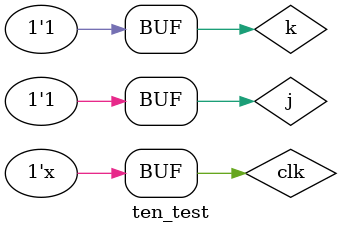
<source format=v>
`timescale 1ns / 1ps


module ten_test;

	// Inputs
	reg clk;
	reg j;
	reg k;

	// Outputs
	wire q;
	wire qn;

	// Instantiate the Unit Under Test (UUT)
	JK uut (
		.clk(clk), 
		.j(j), 
		.k(k), 
		.q(q), 
		.qn(qn)
	);

always #20 clk = ~clk;

	initial begin
		// Initialize Inputs
		clk = 1;
		j = 1;
		k = 0;

		// Wait 100 ns for global reset to finish
		#100;
		j = 0;
		k = 0;
		#100;
		j = 0;
		k = 1;		
		#100;
		j = 1;
		k = 0;
		#100;
		j = 1;
		k = 1;		
		// Add stimulus here

	end
      
endmodule


</source>
